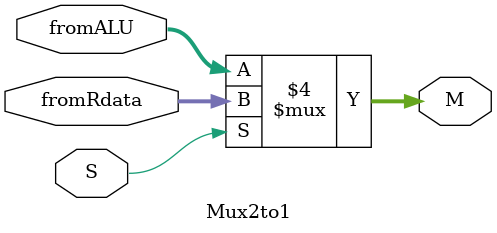
<source format=sv>




module Mux2to1(M, fromALU, fromRdata, S);

	input S;
	input [15:0] fromALU, fromRdata;
	output logic [15:0] M;
	
  always @* begin
  if (~S) 
    M <= fromALU;
  else 
    M <= fromRdata;
  end
	
  
  
  
  //assign M = (fromALU & ~S) | (S & fromRdata);
	
	endmodule
	
	/*
module Mux2to1_tb;
	
    logic S;
	  logic [15:0] fromALU, fromRdata;
	  logic [15:0] M;
  
  
  Mux2to1 DUT (M, fromALU, fromRdata, S);
  
	initial begin;
	
  
  
	  for (int k=0; k<8; k++) begin
	  {X, Y, S}=k;
	  #10;
	  end
	end
	
	initial begin
	$monitor("S= %b\t X= %b\t Y= %b\t M= %b\t", S, X, Y, M);
	end
endmodule
*/

  
</source>
